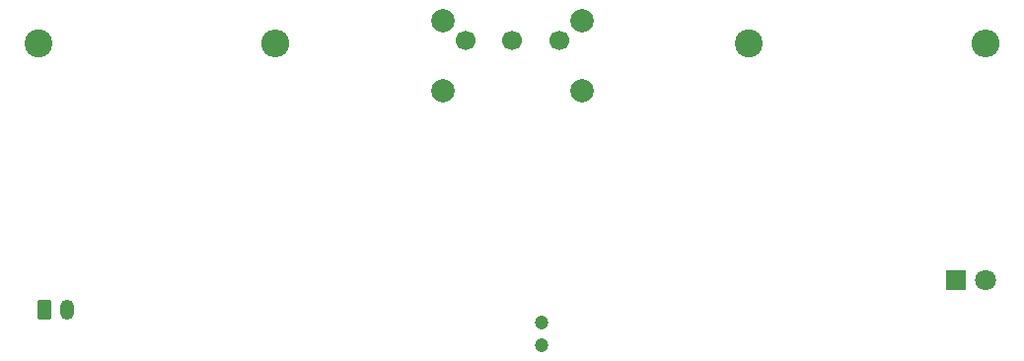
<source format=gbr>
%TF.GenerationSoftware,KiCad,Pcbnew,(6.0.10)*%
%TF.CreationDate,2023-02-17T15:21:58-08:00*%
%TF.ProjectId,Exercise 1,45786572-6369-4736-9520-312e6b696361,rev?*%
%TF.SameCoordinates,Original*%
%TF.FileFunction,Soldermask,Top*%
%TF.FilePolarity,Negative*%
%FSLAX46Y46*%
G04 Gerber Fmt 4.6, Leading zero omitted, Abs format (unit mm)*
G04 Created by KiCad (PCBNEW (6.0.10)) date 2023-02-17 15:21:58*
%MOMM*%
%LPD*%
G01*
G04 APERTURE LIST*
G04 Aperture macros list*
%AMRoundRect*
0 Rectangle with rounded corners*
0 $1 Rounding radius*
0 $2 $3 $4 $5 $6 $7 $8 $9 X,Y pos of 4 corners*
0 Add a 4 corners polygon primitive as box body*
4,1,4,$2,$3,$4,$5,$6,$7,$8,$9,$2,$3,0*
0 Add four circle primitives for the rounded corners*
1,1,$1+$1,$2,$3*
1,1,$1+$1,$4,$5*
1,1,$1+$1,$6,$7*
1,1,$1+$1,$8,$9*
0 Add four rect primitives between the rounded corners*
20,1,$1+$1,$2,$3,$4,$5,0*
20,1,$1+$1,$4,$5,$6,$7,0*
20,1,$1+$1,$6,$7,$8,$9,0*
20,1,$1+$1,$8,$9,$2,$3,0*%
G04 Aperture macros list end*
%ADD10C,2.400000*%
%ADD11O,2.400000X2.400000*%
%ADD12C,2.000000*%
%ADD13C,1.700000*%
%ADD14C,1.200000*%
%ADD15RoundRect,0.250000X-0.350000X-0.625000X0.350000X-0.625000X0.350000X0.625000X-0.350000X0.625000X0*%
%ADD16O,1.200000X1.750000*%
%ADD17R,1.800000X1.800000*%
%ADD18C,1.800000*%
G04 APERTURE END LIST*
D10*
%TO.C,R1*%
X213360000Y-53340000D03*
D11*
X233680000Y-53340000D03*
%TD*%
D12*
%TO.C,SW1*%
X199082500Y-57337500D03*
X199082500Y-51337500D03*
X187082500Y-51337500D03*
X187082500Y-57337500D03*
D13*
X189082500Y-53087500D03*
X193082500Y-53087500D03*
X197082500Y-53087500D03*
%TD*%
D14*
%TO.C,C1*%
X195580000Y-77240000D03*
X195580000Y-79240000D03*
%TD*%
D15*
%TO.C,V1*%
X152900000Y-76200000D03*
D16*
X154900000Y-76200000D03*
%TD*%
D17*
%TO.C,D1*%
X231140000Y-73660000D03*
D18*
X233680000Y-73660000D03*
%TD*%
D10*
%TO.C,R2*%
X152400000Y-53340000D03*
D11*
X172720000Y-53340000D03*
%TD*%
M02*

</source>
